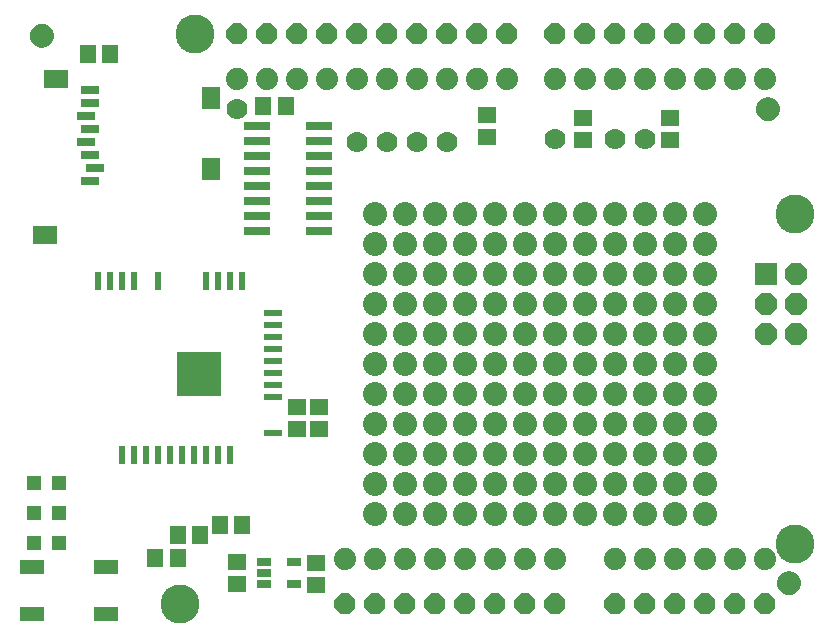
<source format=gbr>
G04 EAGLE Gerber RS-274X export*
G75*
%MOMM*%
%FSLAX34Y34*%
%LPD*%
%INSoldermask Top*%
%IPPOS*%
%AMOC8*
5,1,8,0,0,1.08239X$1,22.5*%
G01*
%ADD10C,3.301600*%
%ADD11C,1.101600*%
%ADD12C,0.500000*%
%ADD13P,1.924489X8X22.500000*%
%ADD14P,2.034460X8X22.500000*%
%ADD15R,1.879600X1.879600*%
%ADD16R,2.101600X1.301600*%
%ADD17C,1.879600*%
%ADD18C,1.778000*%
%ADD19R,1.301600X0.651600*%
%ADD20R,1.601600X1.341600*%
%ADD21R,0.601600X1.601600*%
%ADD22R,1.601600X0.601600*%
%ADD23R,3.801600X3.801600*%
%ADD24R,1.301600X1.301600*%
%ADD25R,1.341600X1.601600*%
%ADD26R,2.301600X0.701600*%
%ADD27R,2.001600X1.501600*%
%ADD28R,1.501600X1.901600*%
%ADD29R,1.601600X0.801600*%
%ADD30C,2.032000*%


D10*
X139700Y25400D03*
X660400Y355600D03*
X660400Y76200D03*
X152400Y508000D03*
D11*
X637540Y444500D03*
D12*
X637540Y452000D02*
X637359Y451998D01*
X637178Y451991D01*
X636997Y451980D01*
X636816Y451965D01*
X636636Y451945D01*
X636456Y451921D01*
X636277Y451893D01*
X636099Y451860D01*
X635922Y451823D01*
X635745Y451782D01*
X635570Y451737D01*
X635395Y451687D01*
X635222Y451633D01*
X635051Y451575D01*
X634880Y451513D01*
X634712Y451446D01*
X634545Y451376D01*
X634379Y451302D01*
X634216Y451223D01*
X634055Y451141D01*
X633895Y451055D01*
X633738Y450965D01*
X633583Y450871D01*
X633430Y450774D01*
X633280Y450672D01*
X633132Y450568D01*
X632986Y450459D01*
X632844Y450348D01*
X632704Y450232D01*
X632567Y450114D01*
X632432Y449992D01*
X632301Y449867D01*
X632173Y449739D01*
X632048Y449608D01*
X631926Y449473D01*
X631808Y449336D01*
X631692Y449196D01*
X631581Y449054D01*
X631472Y448908D01*
X631368Y448760D01*
X631266Y448610D01*
X631169Y448457D01*
X631075Y448302D01*
X630985Y448145D01*
X630899Y447985D01*
X630817Y447824D01*
X630738Y447661D01*
X630664Y447495D01*
X630594Y447328D01*
X630527Y447160D01*
X630465Y446989D01*
X630407Y446818D01*
X630353Y446645D01*
X630303Y446470D01*
X630258Y446295D01*
X630217Y446118D01*
X630180Y445941D01*
X630147Y445763D01*
X630119Y445584D01*
X630095Y445404D01*
X630075Y445224D01*
X630060Y445043D01*
X630049Y444862D01*
X630042Y444681D01*
X630040Y444500D01*
X637540Y452000D02*
X637721Y451998D01*
X637902Y451991D01*
X638083Y451980D01*
X638264Y451965D01*
X638444Y451945D01*
X638624Y451921D01*
X638803Y451893D01*
X638981Y451860D01*
X639158Y451823D01*
X639335Y451782D01*
X639510Y451737D01*
X639685Y451687D01*
X639858Y451633D01*
X640029Y451575D01*
X640200Y451513D01*
X640368Y451446D01*
X640535Y451376D01*
X640701Y451302D01*
X640864Y451223D01*
X641025Y451141D01*
X641185Y451055D01*
X641342Y450965D01*
X641497Y450871D01*
X641650Y450774D01*
X641800Y450672D01*
X641948Y450568D01*
X642094Y450459D01*
X642236Y450348D01*
X642376Y450232D01*
X642513Y450114D01*
X642648Y449992D01*
X642779Y449867D01*
X642907Y449739D01*
X643032Y449608D01*
X643154Y449473D01*
X643272Y449336D01*
X643388Y449196D01*
X643499Y449054D01*
X643608Y448908D01*
X643712Y448760D01*
X643814Y448610D01*
X643911Y448457D01*
X644005Y448302D01*
X644095Y448145D01*
X644181Y447985D01*
X644263Y447824D01*
X644342Y447661D01*
X644416Y447495D01*
X644486Y447328D01*
X644553Y447160D01*
X644615Y446989D01*
X644673Y446818D01*
X644727Y446645D01*
X644777Y446470D01*
X644822Y446295D01*
X644863Y446118D01*
X644900Y445941D01*
X644933Y445763D01*
X644961Y445584D01*
X644985Y445404D01*
X645005Y445224D01*
X645020Y445043D01*
X645031Y444862D01*
X645038Y444681D01*
X645040Y444500D01*
X645038Y444319D01*
X645031Y444138D01*
X645020Y443957D01*
X645005Y443776D01*
X644985Y443596D01*
X644961Y443416D01*
X644933Y443237D01*
X644900Y443059D01*
X644863Y442882D01*
X644822Y442705D01*
X644777Y442530D01*
X644727Y442355D01*
X644673Y442182D01*
X644615Y442011D01*
X644553Y441840D01*
X644486Y441672D01*
X644416Y441505D01*
X644342Y441339D01*
X644263Y441176D01*
X644181Y441015D01*
X644095Y440855D01*
X644005Y440698D01*
X643911Y440543D01*
X643814Y440390D01*
X643712Y440240D01*
X643608Y440092D01*
X643499Y439946D01*
X643388Y439804D01*
X643272Y439664D01*
X643154Y439527D01*
X643032Y439392D01*
X642907Y439261D01*
X642779Y439133D01*
X642648Y439008D01*
X642513Y438886D01*
X642376Y438768D01*
X642236Y438652D01*
X642094Y438541D01*
X641948Y438432D01*
X641800Y438328D01*
X641650Y438226D01*
X641497Y438129D01*
X641342Y438035D01*
X641185Y437945D01*
X641025Y437859D01*
X640864Y437777D01*
X640701Y437698D01*
X640535Y437624D01*
X640368Y437554D01*
X640200Y437487D01*
X640029Y437425D01*
X639858Y437367D01*
X639685Y437313D01*
X639510Y437263D01*
X639335Y437218D01*
X639158Y437177D01*
X638981Y437140D01*
X638803Y437107D01*
X638624Y437079D01*
X638444Y437055D01*
X638264Y437035D01*
X638083Y437020D01*
X637902Y437009D01*
X637721Y437002D01*
X637540Y437000D01*
X637359Y437002D01*
X637178Y437009D01*
X636997Y437020D01*
X636816Y437035D01*
X636636Y437055D01*
X636456Y437079D01*
X636277Y437107D01*
X636099Y437140D01*
X635922Y437177D01*
X635745Y437218D01*
X635570Y437263D01*
X635395Y437313D01*
X635222Y437367D01*
X635051Y437425D01*
X634880Y437487D01*
X634712Y437554D01*
X634545Y437624D01*
X634379Y437698D01*
X634216Y437777D01*
X634055Y437859D01*
X633895Y437945D01*
X633738Y438035D01*
X633583Y438129D01*
X633430Y438226D01*
X633280Y438328D01*
X633132Y438432D01*
X632986Y438541D01*
X632844Y438652D01*
X632704Y438768D01*
X632567Y438886D01*
X632432Y439008D01*
X632301Y439133D01*
X632173Y439261D01*
X632048Y439392D01*
X631926Y439527D01*
X631808Y439664D01*
X631692Y439804D01*
X631581Y439946D01*
X631472Y440092D01*
X631368Y440240D01*
X631266Y440390D01*
X631169Y440543D01*
X631075Y440698D01*
X630985Y440855D01*
X630899Y441015D01*
X630817Y441176D01*
X630738Y441339D01*
X630664Y441505D01*
X630594Y441672D01*
X630527Y441840D01*
X630465Y442011D01*
X630407Y442182D01*
X630353Y442355D01*
X630303Y442530D01*
X630258Y442705D01*
X630217Y442882D01*
X630180Y443059D01*
X630147Y443237D01*
X630119Y443416D01*
X630095Y443596D01*
X630075Y443776D01*
X630060Y443957D01*
X630049Y444138D01*
X630042Y444319D01*
X630040Y444500D01*
D11*
X655320Y43180D03*
D12*
X655320Y50680D02*
X655139Y50678D01*
X654958Y50671D01*
X654777Y50660D01*
X654596Y50645D01*
X654416Y50625D01*
X654236Y50601D01*
X654057Y50573D01*
X653879Y50540D01*
X653702Y50503D01*
X653525Y50462D01*
X653350Y50417D01*
X653175Y50367D01*
X653002Y50313D01*
X652831Y50255D01*
X652660Y50193D01*
X652492Y50126D01*
X652325Y50056D01*
X652159Y49982D01*
X651996Y49903D01*
X651835Y49821D01*
X651675Y49735D01*
X651518Y49645D01*
X651363Y49551D01*
X651210Y49454D01*
X651060Y49352D01*
X650912Y49248D01*
X650766Y49139D01*
X650624Y49028D01*
X650484Y48912D01*
X650347Y48794D01*
X650212Y48672D01*
X650081Y48547D01*
X649953Y48419D01*
X649828Y48288D01*
X649706Y48153D01*
X649588Y48016D01*
X649472Y47876D01*
X649361Y47734D01*
X649252Y47588D01*
X649148Y47440D01*
X649046Y47290D01*
X648949Y47137D01*
X648855Y46982D01*
X648765Y46825D01*
X648679Y46665D01*
X648597Y46504D01*
X648518Y46341D01*
X648444Y46175D01*
X648374Y46008D01*
X648307Y45840D01*
X648245Y45669D01*
X648187Y45498D01*
X648133Y45325D01*
X648083Y45150D01*
X648038Y44975D01*
X647997Y44798D01*
X647960Y44621D01*
X647927Y44443D01*
X647899Y44264D01*
X647875Y44084D01*
X647855Y43904D01*
X647840Y43723D01*
X647829Y43542D01*
X647822Y43361D01*
X647820Y43180D01*
X655320Y50680D02*
X655501Y50678D01*
X655682Y50671D01*
X655863Y50660D01*
X656044Y50645D01*
X656224Y50625D01*
X656404Y50601D01*
X656583Y50573D01*
X656761Y50540D01*
X656938Y50503D01*
X657115Y50462D01*
X657290Y50417D01*
X657465Y50367D01*
X657638Y50313D01*
X657809Y50255D01*
X657980Y50193D01*
X658148Y50126D01*
X658315Y50056D01*
X658481Y49982D01*
X658644Y49903D01*
X658805Y49821D01*
X658965Y49735D01*
X659122Y49645D01*
X659277Y49551D01*
X659430Y49454D01*
X659580Y49352D01*
X659728Y49248D01*
X659874Y49139D01*
X660016Y49028D01*
X660156Y48912D01*
X660293Y48794D01*
X660428Y48672D01*
X660559Y48547D01*
X660687Y48419D01*
X660812Y48288D01*
X660934Y48153D01*
X661052Y48016D01*
X661168Y47876D01*
X661279Y47734D01*
X661388Y47588D01*
X661492Y47440D01*
X661594Y47290D01*
X661691Y47137D01*
X661785Y46982D01*
X661875Y46825D01*
X661961Y46665D01*
X662043Y46504D01*
X662122Y46341D01*
X662196Y46175D01*
X662266Y46008D01*
X662333Y45840D01*
X662395Y45669D01*
X662453Y45498D01*
X662507Y45325D01*
X662557Y45150D01*
X662602Y44975D01*
X662643Y44798D01*
X662680Y44621D01*
X662713Y44443D01*
X662741Y44264D01*
X662765Y44084D01*
X662785Y43904D01*
X662800Y43723D01*
X662811Y43542D01*
X662818Y43361D01*
X662820Y43180D01*
X662818Y42999D01*
X662811Y42818D01*
X662800Y42637D01*
X662785Y42456D01*
X662765Y42276D01*
X662741Y42096D01*
X662713Y41917D01*
X662680Y41739D01*
X662643Y41562D01*
X662602Y41385D01*
X662557Y41210D01*
X662507Y41035D01*
X662453Y40862D01*
X662395Y40691D01*
X662333Y40520D01*
X662266Y40352D01*
X662196Y40185D01*
X662122Y40019D01*
X662043Y39856D01*
X661961Y39695D01*
X661875Y39535D01*
X661785Y39378D01*
X661691Y39223D01*
X661594Y39070D01*
X661492Y38920D01*
X661388Y38772D01*
X661279Y38626D01*
X661168Y38484D01*
X661052Y38344D01*
X660934Y38207D01*
X660812Y38072D01*
X660687Y37941D01*
X660559Y37813D01*
X660428Y37688D01*
X660293Y37566D01*
X660156Y37448D01*
X660016Y37332D01*
X659874Y37221D01*
X659728Y37112D01*
X659580Y37008D01*
X659430Y36906D01*
X659277Y36809D01*
X659122Y36715D01*
X658965Y36625D01*
X658805Y36539D01*
X658644Y36457D01*
X658481Y36378D01*
X658315Y36304D01*
X658148Y36234D01*
X657980Y36167D01*
X657809Y36105D01*
X657638Y36047D01*
X657465Y35993D01*
X657290Y35943D01*
X657115Y35898D01*
X656938Y35857D01*
X656761Y35820D01*
X656583Y35787D01*
X656404Y35759D01*
X656224Y35735D01*
X656044Y35715D01*
X655863Y35700D01*
X655682Y35689D01*
X655501Y35682D01*
X655320Y35680D01*
X655139Y35682D01*
X654958Y35689D01*
X654777Y35700D01*
X654596Y35715D01*
X654416Y35735D01*
X654236Y35759D01*
X654057Y35787D01*
X653879Y35820D01*
X653702Y35857D01*
X653525Y35898D01*
X653350Y35943D01*
X653175Y35993D01*
X653002Y36047D01*
X652831Y36105D01*
X652660Y36167D01*
X652492Y36234D01*
X652325Y36304D01*
X652159Y36378D01*
X651996Y36457D01*
X651835Y36539D01*
X651675Y36625D01*
X651518Y36715D01*
X651363Y36809D01*
X651210Y36906D01*
X651060Y37008D01*
X650912Y37112D01*
X650766Y37221D01*
X650624Y37332D01*
X650484Y37448D01*
X650347Y37566D01*
X650212Y37688D01*
X650081Y37813D01*
X649953Y37941D01*
X649828Y38072D01*
X649706Y38207D01*
X649588Y38344D01*
X649472Y38484D01*
X649361Y38626D01*
X649252Y38772D01*
X649148Y38920D01*
X649046Y39070D01*
X648949Y39223D01*
X648855Y39378D01*
X648765Y39535D01*
X648679Y39695D01*
X648597Y39856D01*
X648518Y40019D01*
X648444Y40185D01*
X648374Y40352D01*
X648307Y40520D01*
X648245Y40691D01*
X648187Y40862D01*
X648133Y41035D01*
X648083Y41210D01*
X648038Y41385D01*
X647997Y41562D01*
X647960Y41739D01*
X647927Y41917D01*
X647899Y42096D01*
X647875Y42276D01*
X647855Y42456D01*
X647840Y42637D01*
X647829Y42818D01*
X647822Y42999D01*
X647820Y43180D01*
D11*
X22860Y506730D03*
D12*
X22860Y514230D02*
X22679Y514228D01*
X22498Y514221D01*
X22317Y514210D01*
X22136Y514195D01*
X21956Y514175D01*
X21776Y514151D01*
X21597Y514123D01*
X21419Y514090D01*
X21242Y514053D01*
X21065Y514012D01*
X20890Y513967D01*
X20715Y513917D01*
X20542Y513863D01*
X20371Y513805D01*
X20200Y513743D01*
X20032Y513676D01*
X19865Y513606D01*
X19699Y513532D01*
X19536Y513453D01*
X19375Y513371D01*
X19215Y513285D01*
X19058Y513195D01*
X18903Y513101D01*
X18750Y513004D01*
X18600Y512902D01*
X18452Y512798D01*
X18306Y512689D01*
X18164Y512578D01*
X18024Y512462D01*
X17887Y512344D01*
X17752Y512222D01*
X17621Y512097D01*
X17493Y511969D01*
X17368Y511838D01*
X17246Y511703D01*
X17128Y511566D01*
X17012Y511426D01*
X16901Y511284D01*
X16792Y511138D01*
X16688Y510990D01*
X16586Y510840D01*
X16489Y510687D01*
X16395Y510532D01*
X16305Y510375D01*
X16219Y510215D01*
X16137Y510054D01*
X16058Y509891D01*
X15984Y509725D01*
X15914Y509558D01*
X15847Y509390D01*
X15785Y509219D01*
X15727Y509048D01*
X15673Y508875D01*
X15623Y508700D01*
X15578Y508525D01*
X15537Y508348D01*
X15500Y508171D01*
X15467Y507993D01*
X15439Y507814D01*
X15415Y507634D01*
X15395Y507454D01*
X15380Y507273D01*
X15369Y507092D01*
X15362Y506911D01*
X15360Y506730D01*
X22860Y514230D02*
X23041Y514228D01*
X23222Y514221D01*
X23403Y514210D01*
X23584Y514195D01*
X23764Y514175D01*
X23944Y514151D01*
X24123Y514123D01*
X24301Y514090D01*
X24478Y514053D01*
X24655Y514012D01*
X24830Y513967D01*
X25005Y513917D01*
X25178Y513863D01*
X25349Y513805D01*
X25520Y513743D01*
X25688Y513676D01*
X25855Y513606D01*
X26021Y513532D01*
X26184Y513453D01*
X26345Y513371D01*
X26505Y513285D01*
X26662Y513195D01*
X26817Y513101D01*
X26970Y513004D01*
X27120Y512902D01*
X27268Y512798D01*
X27414Y512689D01*
X27556Y512578D01*
X27696Y512462D01*
X27833Y512344D01*
X27968Y512222D01*
X28099Y512097D01*
X28227Y511969D01*
X28352Y511838D01*
X28474Y511703D01*
X28592Y511566D01*
X28708Y511426D01*
X28819Y511284D01*
X28928Y511138D01*
X29032Y510990D01*
X29134Y510840D01*
X29231Y510687D01*
X29325Y510532D01*
X29415Y510375D01*
X29501Y510215D01*
X29583Y510054D01*
X29662Y509891D01*
X29736Y509725D01*
X29806Y509558D01*
X29873Y509390D01*
X29935Y509219D01*
X29993Y509048D01*
X30047Y508875D01*
X30097Y508700D01*
X30142Y508525D01*
X30183Y508348D01*
X30220Y508171D01*
X30253Y507993D01*
X30281Y507814D01*
X30305Y507634D01*
X30325Y507454D01*
X30340Y507273D01*
X30351Y507092D01*
X30358Y506911D01*
X30360Y506730D01*
X30358Y506549D01*
X30351Y506368D01*
X30340Y506187D01*
X30325Y506006D01*
X30305Y505826D01*
X30281Y505646D01*
X30253Y505467D01*
X30220Y505289D01*
X30183Y505112D01*
X30142Y504935D01*
X30097Y504760D01*
X30047Y504585D01*
X29993Y504412D01*
X29935Y504241D01*
X29873Y504070D01*
X29806Y503902D01*
X29736Y503735D01*
X29662Y503569D01*
X29583Y503406D01*
X29501Y503245D01*
X29415Y503085D01*
X29325Y502928D01*
X29231Y502773D01*
X29134Y502620D01*
X29032Y502470D01*
X28928Y502322D01*
X28819Y502176D01*
X28708Y502034D01*
X28592Y501894D01*
X28474Y501757D01*
X28352Y501622D01*
X28227Y501491D01*
X28099Y501363D01*
X27968Y501238D01*
X27833Y501116D01*
X27696Y500998D01*
X27556Y500882D01*
X27414Y500771D01*
X27268Y500662D01*
X27120Y500558D01*
X26970Y500456D01*
X26817Y500359D01*
X26662Y500265D01*
X26505Y500175D01*
X26345Y500089D01*
X26184Y500007D01*
X26021Y499928D01*
X25855Y499854D01*
X25688Y499784D01*
X25520Y499717D01*
X25349Y499655D01*
X25178Y499597D01*
X25005Y499543D01*
X24830Y499493D01*
X24655Y499448D01*
X24478Y499407D01*
X24301Y499370D01*
X24123Y499337D01*
X23944Y499309D01*
X23764Y499285D01*
X23584Y499265D01*
X23403Y499250D01*
X23222Y499239D01*
X23041Y499232D01*
X22860Y499230D01*
X22679Y499232D01*
X22498Y499239D01*
X22317Y499250D01*
X22136Y499265D01*
X21956Y499285D01*
X21776Y499309D01*
X21597Y499337D01*
X21419Y499370D01*
X21242Y499407D01*
X21065Y499448D01*
X20890Y499493D01*
X20715Y499543D01*
X20542Y499597D01*
X20371Y499655D01*
X20200Y499717D01*
X20032Y499784D01*
X19865Y499854D01*
X19699Y499928D01*
X19536Y500007D01*
X19375Y500089D01*
X19215Y500175D01*
X19058Y500265D01*
X18903Y500359D01*
X18750Y500456D01*
X18600Y500558D01*
X18452Y500662D01*
X18306Y500771D01*
X18164Y500882D01*
X18024Y500998D01*
X17887Y501116D01*
X17752Y501238D01*
X17621Y501363D01*
X17493Y501491D01*
X17368Y501622D01*
X17246Y501757D01*
X17128Y501894D01*
X17012Y502034D01*
X16901Y502176D01*
X16792Y502322D01*
X16688Y502470D01*
X16586Y502620D01*
X16489Y502773D01*
X16395Y502928D01*
X16305Y503085D01*
X16219Y503245D01*
X16137Y503406D01*
X16058Y503569D01*
X15984Y503735D01*
X15914Y503902D01*
X15847Y504070D01*
X15785Y504241D01*
X15727Y504412D01*
X15673Y504585D01*
X15623Y504760D01*
X15578Y504935D01*
X15537Y505112D01*
X15500Y505289D01*
X15467Y505467D01*
X15439Y505646D01*
X15415Y505826D01*
X15395Y506006D01*
X15380Y506187D01*
X15369Y506368D01*
X15362Y506549D01*
X15360Y506730D01*
D13*
X533400Y508000D03*
X508000Y25400D03*
X558800Y508000D03*
X584200Y508000D03*
X609600Y508000D03*
X635000Y508000D03*
X508000Y508000D03*
X482600Y508000D03*
X457200Y508000D03*
X416560Y508000D03*
X391160Y508000D03*
X365760Y508000D03*
X340360Y508000D03*
X314960Y508000D03*
X289560Y508000D03*
X264160Y508000D03*
X238760Y508000D03*
X533400Y25400D03*
X558800Y25400D03*
X584200Y25400D03*
X609600Y25400D03*
X635000Y25400D03*
X457200Y25400D03*
X431800Y25400D03*
X406400Y25400D03*
X381000Y25400D03*
X355600Y25400D03*
X330200Y25400D03*
X213360Y508000D03*
X187960Y508000D03*
X304800Y25400D03*
X279400Y25400D03*
D14*
X661670Y279400D03*
X636270Y279400D03*
D15*
X636270Y304800D03*
D14*
X661670Y304800D03*
X661670Y254000D03*
X636270Y254000D03*
D16*
X14720Y56830D03*
X76720Y56830D03*
X76720Y16830D03*
X14720Y16830D03*
D17*
X457200Y469900D03*
X482600Y469900D03*
X508000Y469900D03*
X533400Y469900D03*
X558800Y469900D03*
X584200Y469900D03*
X609600Y469900D03*
X635000Y469900D03*
X457200Y63500D03*
X431800Y63500D03*
X406400Y63500D03*
X381000Y63500D03*
X355600Y63500D03*
X330200Y63500D03*
X304800Y63500D03*
X279400Y63500D03*
X635000Y63500D03*
X609600Y63500D03*
X584200Y63500D03*
X558800Y63500D03*
X533400Y63500D03*
X508000Y63500D03*
X187960Y469900D03*
X213360Y469900D03*
X238760Y469900D03*
X264160Y469900D03*
X289560Y469900D03*
X314960Y469900D03*
X340360Y469900D03*
X365760Y469900D03*
X391160Y469900D03*
X416560Y469900D03*
D18*
X365760Y416560D03*
X457200Y419100D03*
X508000Y419100D03*
D19*
X210520Y61570D03*
X210520Y52070D03*
X210520Y42570D03*
X236520Y42570D03*
X236520Y61570D03*
D20*
X255270Y60300D03*
X255270Y41300D03*
X187960Y61570D03*
X187960Y42570D03*
D18*
X314960Y416560D03*
X289560Y416560D03*
X340360Y416560D03*
D21*
X191970Y298790D03*
X181810Y298790D03*
X171650Y298790D03*
X161490Y298790D03*
X120850Y298790D03*
X100530Y298790D03*
X90370Y298790D03*
X80210Y298790D03*
X70050Y298790D03*
X90430Y151490D03*
X100590Y151490D03*
X110750Y151490D03*
X120910Y151490D03*
X131070Y151490D03*
X141230Y151490D03*
X151390Y151490D03*
X161550Y151490D03*
X171710Y151490D03*
X181870Y151490D03*
D22*
X218670Y170490D03*
X218870Y200970D03*
X218870Y211130D03*
X218870Y221290D03*
X218870Y231450D03*
X218670Y241610D03*
X218670Y251770D03*
X218670Y261930D03*
X218670Y272090D03*
D23*
X155550Y220670D03*
D24*
X37170Y128270D03*
X16170Y128270D03*
X37170Y102870D03*
X16170Y102870D03*
X37170Y77470D03*
X16170Y77470D03*
D20*
X481330Y437490D03*
X481330Y418490D03*
D25*
X229210Y447040D03*
X210210Y447040D03*
D20*
X400050Y440030D03*
X400050Y421030D03*
D26*
X257140Y354330D03*
X205140Y379730D03*
X257140Y341630D03*
X257140Y367030D03*
X257140Y379730D03*
X205140Y367030D03*
X205140Y392430D03*
X205140Y405130D03*
X257140Y405130D03*
X205140Y430530D03*
X257140Y392430D03*
X257140Y417830D03*
X205140Y417830D03*
X257140Y430530D03*
X205140Y354330D03*
X205140Y341630D03*
D27*
X34780Y469710D03*
X25780Y337710D03*
D28*
X165780Y453710D03*
X165780Y393710D03*
D29*
X63780Y460710D03*
X63780Y449710D03*
X59780Y438710D03*
X63780Y427710D03*
X59780Y416710D03*
X63780Y405710D03*
X67780Y394710D03*
X63780Y383710D03*
D25*
X137770Y64770D03*
X118770Y64770D03*
X156820Y83820D03*
X137820Y83820D03*
X192380Y92710D03*
X173380Y92710D03*
D18*
X187960Y444500D03*
X533400Y419100D03*
D25*
X80620Y491490D03*
X61620Y491490D03*
D20*
X238760Y173380D03*
X238760Y192380D03*
X554990Y418490D03*
X554990Y437490D03*
X257810Y173380D03*
X257810Y192380D03*
D30*
X330200Y127000D03*
X355600Y127000D03*
X381000Y127000D03*
X406400Y127000D03*
X431800Y127000D03*
X457200Y127000D03*
X482600Y127000D03*
X508000Y127000D03*
X533400Y127000D03*
X558800Y127000D03*
X584200Y127000D03*
X584200Y330200D03*
X558800Y330200D03*
X533400Y330200D03*
X508000Y330200D03*
X482600Y330200D03*
X457200Y330200D03*
X431800Y330200D03*
X406400Y330200D03*
X381000Y330200D03*
X355600Y330200D03*
X304800Y127000D03*
X330200Y330200D03*
X304800Y330200D03*
X330200Y101600D03*
X355600Y101600D03*
X381000Y101600D03*
X406400Y101600D03*
X431800Y101600D03*
X457200Y101600D03*
X482600Y101600D03*
X508000Y101600D03*
X533400Y101600D03*
X558800Y101600D03*
X584200Y101600D03*
X304800Y101600D03*
X584200Y355600D03*
X558800Y355600D03*
X533400Y355600D03*
X508000Y355600D03*
X482600Y355600D03*
X457200Y355600D03*
X431800Y355600D03*
X406400Y355600D03*
X381000Y355600D03*
X355600Y355600D03*
X330200Y355600D03*
X304800Y355600D03*
X584200Y304800D03*
X558800Y304800D03*
X508000Y304800D03*
X482600Y304800D03*
X457200Y304800D03*
X431800Y304800D03*
X431800Y279400D03*
X457200Y279400D03*
X482600Y279400D03*
X508000Y279400D03*
X533400Y279400D03*
X558800Y279400D03*
X431800Y254000D03*
X457200Y254000D03*
X482600Y254000D03*
X508000Y254000D03*
X533400Y254000D03*
X558800Y254000D03*
X558800Y228600D03*
X533400Y228600D03*
X508000Y228600D03*
X482600Y228600D03*
X457200Y228600D03*
X431800Y203200D03*
X457200Y203200D03*
X482600Y203200D03*
X508000Y203200D03*
X533400Y203200D03*
X558800Y203200D03*
X431800Y177800D03*
X457200Y177800D03*
X482600Y177800D03*
X508000Y177800D03*
X533400Y177800D03*
X558800Y177800D03*
X558800Y152400D03*
X533400Y152400D03*
X508000Y152400D03*
X482600Y152400D03*
X457200Y152400D03*
X431800Y152400D03*
X431800Y228600D03*
X584200Y152400D03*
X406400Y304800D03*
X406400Y279400D03*
X533400Y304800D03*
X406400Y228600D03*
X406400Y203200D03*
X406400Y177800D03*
X406400Y152400D03*
X406400Y254000D03*
X381000Y304800D03*
X381000Y279400D03*
X381000Y254000D03*
X381000Y228600D03*
X381000Y203200D03*
X381000Y177800D03*
X381000Y152400D03*
X355600Y152400D03*
X355600Y177800D03*
X355600Y203200D03*
X355600Y228600D03*
X330200Y228600D03*
X330200Y203200D03*
X330200Y177800D03*
X330200Y152400D03*
X355600Y254000D03*
X355600Y304800D03*
X355600Y279400D03*
X584200Y279400D03*
X584200Y254000D03*
X584200Y228600D03*
X584200Y203200D03*
X584200Y177800D03*
X330200Y254000D03*
X330200Y279400D03*
X304800Y279400D03*
X304800Y304800D03*
X330200Y304800D03*
X304800Y254000D03*
X304800Y228600D03*
X304800Y203200D03*
X304800Y177800D03*
X304800Y152400D03*
M02*

</source>
